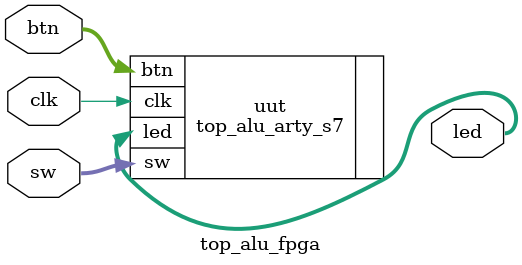
<source format=v>

module top_alu_fpga (
    input  wire        clk,
    input  wire [3:0]  sw,
    input  wire [3:0]  btn,
    output wire [3:0]  led
);

    top_alu_arty_s7 uut (
        .clk (clk),
        .sw  (sw),
        .btn (btn),
        .led (led)
    );

endmodule

</source>
